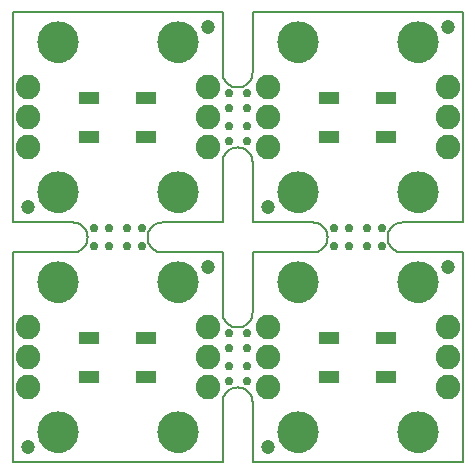
<source format=gbs>
G75*
G70*
%OFA0B0*%
%FSLAX24Y24*%
%IPPOS*%
%LPD*%
%AMOC8*
5,1,8,0,0,1.08239X$1,22.5*
%
%ADD10C,0.0080*%
%ADD11C,0.0000*%
%ADD12C,0.0277*%
%ADD13C,0.1380*%
%ADD14C,0.0474*%
%ADD15C,0.0820*%
%ADD16R,0.0671X0.0434*%
D10*
X008338Y000501D02*
X015338Y000501D01*
X015338Y002501D01*
X015838Y003001D02*
X015882Y002999D01*
X015925Y002993D01*
X015967Y002984D01*
X016009Y002971D01*
X016049Y002954D01*
X016088Y002934D01*
X016125Y002911D01*
X016159Y002884D01*
X016192Y002855D01*
X016221Y002822D01*
X016248Y002788D01*
X016271Y002751D01*
X016291Y002712D01*
X016308Y002672D01*
X016321Y002630D01*
X016330Y002588D01*
X016336Y002545D01*
X016338Y002501D01*
X016338Y000501D01*
X023338Y000501D01*
X023338Y007501D01*
X021338Y007501D01*
X021294Y007503D01*
X021251Y007509D01*
X021209Y007518D01*
X021167Y007531D01*
X021127Y007548D01*
X021088Y007568D01*
X021051Y007591D01*
X021017Y007618D01*
X020984Y007647D01*
X020955Y007680D01*
X020928Y007714D01*
X020905Y007751D01*
X020885Y007790D01*
X020868Y007830D01*
X020855Y007872D01*
X020846Y007914D01*
X020840Y007957D01*
X020838Y008001D01*
X020840Y008045D01*
X020846Y008088D01*
X020855Y008130D01*
X020868Y008172D01*
X020885Y008212D01*
X020905Y008251D01*
X020928Y008288D01*
X020955Y008322D01*
X020984Y008355D01*
X021017Y008384D01*
X021051Y008411D01*
X021088Y008434D01*
X021127Y008454D01*
X021167Y008471D01*
X021209Y008484D01*
X021251Y008493D01*
X021294Y008499D01*
X021338Y008501D01*
X023338Y008501D01*
X023338Y015501D01*
X016338Y015501D01*
X016338Y013501D01*
X016336Y013457D01*
X016330Y013414D01*
X016321Y013372D01*
X016308Y013330D01*
X016291Y013290D01*
X016271Y013251D01*
X016248Y013214D01*
X016221Y013180D01*
X016192Y013147D01*
X016159Y013118D01*
X016125Y013091D01*
X016088Y013068D01*
X016049Y013048D01*
X016009Y013031D01*
X015967Y013018D01*
X015925Y013009D01*
X015882Y013003D01*
X015838Y013001D01*
X015794Y013003D01*
X015751Y013009D01*
X015709Y013018D01*
X015667Y013031D01*
X015627Y013048D01*
X015588Y013068D01*
X015551Y013091D01*
X015517Y013118D01*
X015484Y013147D01*
X015455Y013180D01*
X015428Y013214D01*
X015405Y013251D01*
X015385Y013290D01*
X015368Y013330D01*
X015355Y013372D01*
X015346Y013414D01*
X015340Y013457D01*
X015338Y013501D01*
X015338Y015501D01*
X008338Y015501D01*
X008338Y008501D01*
X010338Y008501D01*
X010382Y008499D01*
X010425Y008493D01*
X010467Y008484D01*
X010509Y008471D01*
X010549Y008454D01*
X010588Y008434D01*
X010625Y008411D01*
X010659Y008384D01*
X010692Y008355D01*
X010721Y008322D01*
X010748Y008288D01*
X010771Y008251D01*
X010791Y008212D01*
X010808Y008172D01*
X010821Y008130D01*
X010830Y008088D01*
X010836Y008045D01*
X010838Y008001D01*
X010836Y007957D01*
X010830Y007914D01*
X010821Y007872D01*
X010808Y007830D01*
X010791Y007790D01*
X010771Y007751D01*
X010748Y007714D01*
X010721Y007680D01*
X010692Y007647D01*
X010659Y007618D01*
X010625Y007591D01*
X010588Y007568D01*
X010549Y007548D01*
X010509Y007531D01*
X010467Y007518D01*
X010425Y007509D01*
X010382Y007503D01*
X010338Y007501D01*
X008338Y007501D01*
X008338Y000501D01*
X015338Y002501D02*
X015340Y002545D01*
X015346Y002588D01*
X015355Y002630D01*
X015368Y002672D01*
X015385Y002712D01*
X015405Y002751D01*
X015428Y002788D01*
X015455Y002822D01*
X015484Y002855D01*
X015517Y002884D01*
X015551Y002911D01*
X015588Y002934D01*
X015627Y002954D01*
X015667Y002971D01*
X015709Y002984D01*
X015751Y002993D01*
X015794Y002999D01*
X015838Y003001D01*
X015838Y005001D02*
X015794Y005003D01*
X015751Y005009D01*
X015709Y005018D01*
X015667Y005031D01*
X015627Y005048D01*
X015588Y005068D01*
X015551Y005091D01*
X015517Y005118D01*
X015484Y005147D01*
X015455Y005180D01*
X015428Y005214D01*
X015405Y005251D01*
X015385Y005290D01*
X015368Y005330D01*
X015355Y005372D01*
X015346Y005414D01*
X015340Y005457D01*
X015338Y005501D01*
X015338Y007501D01*
X013338Y007501D01*
X012838Y008001D02*
X012840Y008045D01*
X012846Y008088D01*
X012855Y008130D01*
X012868Y008172D01*
X012885Y008212D01*
X012905Y008251D01*
X012928Y008288D01*
X012955Y008322D01*
X012984Y008355D01*
X013017Y008384D01*
X013051Y008411D01*
X013088Y008434D01*
X013127Y008454D01*
X013167Y008471D01*
X013209Y008484D01*
X013251Y008493D01*
X013294Y008499D01*
X013338Y008501D01*
X015338Y008501D01*
X015338Y010501D01*
X015838Y011001D02*
X015882Y010999D01*
X015925Y010993D01*
X015967Y010984D01*
X016009Y010971D01*
X016049Y010954D01*
X016088Y010934D01*
X016125Y010911D01*
X016159Y010884D01*
X016192Y010855D01*
X016221Y010822D01*
X016248Y010788D01*
X016271Y010751D01*
X016291Y010712D01*
X016308Y010672D01*
X016321Y010630D01*
X016330Y010588D01*
X016336Y010545D01*
X016338Y010501D01*
X016338Y008501D01*
X018338Y008501D01*
X018838Y008001D02*
X018836Y007957D01*
X018830Y007914D01*
X018821Y007872D01*
X018808Y007830D01*
X018791Y007790D01*
X018771Y007751D01*
X018748Y007714D01*
X018721Y007680D01*
X018692Y007647D01*
X018659Y007618D01*
X018625Y007591D01*
X018588Y007568D01*
X018549Y007548D01*
X018509Y007531D01*
X018467Y007518D01*
X018425Y007509D01*
X018382Y007503D01*
X018338Y007501D01*
X016338Y007501D01*
X016338Y005501D01*
X016336Y005457D01*
X016330Y005414D01*
X016321Y005372D01*
X016308Y005330D01*
X016291Y005290D01*
X016271Y005251D01*
X016248Y005214D01*
X016221Y005180D01*
X016192Y005147D01*
X016159Y005118D01*
X016125Y005091D01*
X016088Y005068D01*
X016049Y005048D01*
X016009Y005031D01*
X015967Y005018D01*
X015925Y005009D01*
X015882Y005003D01*
X015838Y005001D01*
X013338Y007501D02*
X013294Y007503D01*
X013251Y007509D01*
X013209Y007518D01*
X013167Y007531D01*
X013127Y007548D01*
X013088Y007568D01*
X013051Y007591D01*
X013017Y007618D01*
X012984Y007647D01*
X012955Y007680D01*
X012928Y007714D01*
X012905Y007751D01*
X012885Y007790D01*
X012868Y007830D01*
X012855Y007872D01*
X012846Y007914D01*
X012840Y007957D01*
X012838Y008001D01*
X018338Y008501D02*
X018382Y008499D01*
X018425Y008493D01*
X018467Y008484D01*
X018509Y008471D01*
X018549Y008454D01*
X018588Y008434D01*
X018625Y008411D01*
X018659Y008384D01*
X018692Y008355D01*
X018721Y008322D01*
X018748Y008288D01*
X018771Y008251D01*
X018791Y008212D01*
X018808Y008172D01*
X018821Y008130D01*
X018830Y008088D01*
X018836Y008045D01*
X018838Y008001D01*
X015838Y011001D02*
X015794Y010999D01*
X015751Y010993D01*
X015709Y010984D01*
X015667Y010971D01*
X015627Y010954D01*
X015588Y010934D01*
X015551Y010911D01*
X015517Y010884D01*
X015484Y010855D01*
X015455Y010822D01*
X015428Y010788D01*
X015405Y010751D01*
X015385Y010712D01*
X015368Y010672D01*
X015355Y010630D01*
X015346Y010588D01*
X015340Y010545D01*
X015338Y010501D01*
D11*
X015440Y011201D02*
X015442Y011220D01*
X015447Y011239D01*
X015457Y011255D01*
X015469Y011270D01*
X015484Y011282D01*
X015500Y011292D01*
X015519Y011297D01*
X015538Y011299D01*
X015557Y011297D01*
X015576Y011292D01*
X015592Y011282D01*
X015607Y011270D01*
X015619Y011255D01*
X015629Y011239D01*
X015634Y011220D01*
X015636Y011201D01*
X015634Y011182D01*
X015629Y011163D01*
X015619Y011147D01*
X015607Y011132D01*
X015592Y011120D01*
X015576Y011110D01*
X015557Y011105D01*
X015538Y011103D01*
X015519Y011105D01*
X015500Y011110D01*
X015484Y011120D01*
X015469Y011132D01*
X015457Y011147D01*
X015447Y011163D01*
X015442Y011182D01*
X015440Y011201D01*
X016040Y011201D02*
X016042Y011220D01*
X016047Y011239D01*
X016057Y011255D01*
X016069Y011270D01*
X016084Y011282D01*
X016100Y011292D01*
X016119Y011297D01*
X016138Y011299D01*
X016157Y011297D01*
X016176Y011292D01*
X016192Y011282D01*
X016207Y011270D01*
X016219Y011255D01*
X016229Y011239D01*
X016234Y011220D01*
X016236Y011201D01*
X016234Y011182D01*
X016229Y011163D01*
X016219Y011147D01*
X016207Y011132D01*
X016192Y011120D01*
X016176Y011110D01*
X016157Y011105D01*
X016138Y011103D01*
X016119Y011105D01*
X016100Y011110D01*
X016084Y011120D01*
X016069Y011132D01*
X016057Y011147D01*
X016047Y011163D01*
X016042Y011182D01*
X016040Y011201D01*
X016040Y011701D02*
X016042Y011720D01*
X016047Y011739D01*
X016057Y011755D01*
X016069Y011770D01*
X016084Y011782D01*
X016100Y011792D01*
X016119Y011797D01*
X016138Y011799D01*
X016157Y011797D01*
X016176Y011792D01*
X016192Y011782D01*
X016207Y011770D01*
X016219Y011755D01*
X016229Y011739D01*
X016234Y011720D01*
X016236Y011701D01*
X016234Y011682D01*
X016229Y011663D01*
X016219Y011647D01*
X016207Y011632D01*
X016192Y011620D01*
X016176Y011610D01*
X016157Y011605D01*
X016138Y011603D01*
X016119Y011605D01*
X016100Y011610D01*
X016084Y011620D01*
X016069Y011632D01*
X016057Y011647D01*
X016047Y011663D01*
X016042Y011682D01*
X016040Y011701D01*
X015440Y011701D02*
X015442Y011720D01*
X015447Y011739D01*
X015457Y011755D01*
X015469Y011770D01*
X015484Y011782D01*
X015500Y011792D01*
X015519Y011797D01*
X015538Y011799D01*
X015557Y011797D01*
X015576Y011792D01*
X015592Y011782D01*
X015607Y011770D01*
X015619Y011755D01*
X015629Y011739D01*
X015634Y011720D01*
X015636Y011701D01*
X015634Y011682D01*
X015629Y011663D01*
X015619Y011647D01*
X015607Y011632D01*
X015592Y011620D01*
X015576Y011610D01*
X015557Y011605D01*
X015538Y011603D01*
X015519Y011605D01*
X015500Y011610D01*
X015484Y011620D01*
X015469Y011632D01*
X015457Y011647D01*
X015447Y011663D01*
X015442Y011682D01*
X015440Y011701D01*
X015440Y012301D02*
X015442Y012320D01*
X015447Y012339D01*
X015457Y012355D01*
X015469Y012370D01*
X015484Y012382D01*
X015500Y012392D01*
X015519Y012397D01*
X015538Y012399D01*
X015557Y012397D01*
X015576Y012392D01*
X015592Y012382D01*
X015607Y012370D01*
X015619Y012355D01*
X015629Y012339D01*
X015634Y012320D01*
X015636Y012301D01*
X015634Y012282D01*
X015629Y012263D01*
X015619Y012247D01*
X015607Y012232D01*
X015592Y012220D01*
X015576Y012210D01*
X015557Y012205D01*
X015538Y012203D01*
X015519Y012205D01*
X015500Y012210D01*
X015484Y012220D01*
X015469Y012232D01*
X015457Y012247D01*
X015447Y012263D01*
X015442Y012282D01*
X015440Y012301D01*
X016040Y012301D02*
X016042Y012320D01*
X016047Y012339D01*
X016057Y012355D01*
X016069Y012370D01*
X016084Y012382D01*
X016100Y012392D01*
X016119Y012397D01*
X016138Y012399D01*
X016157Y012397D01*
X016176Y012392D01*
X016192Y012382D01*
X016207Y012370D01*
X016219Y012355D01*
X016229Y012339D01*
X016234Y012320D01*
X016236Y012301D01*
X016234Y012282D01*
X016229Y012263D01*
X016219Y012247D01*
X016207Y012232D01*
X016192Y012220D01*
X016176Y012210D01*
X016157Y012205D01*
X016138Y012203D01*
X016119Y012205D01*
X016100Y012210D01*
X016084Y012220D01*
X016069Y012232D01*
X016057Y012247D01*
X016047Y012263D01*
X016042Y012282D01*
X016040Y012301D01*
X016040Y012801D02*
X016042Y012820D01*
X016047Y012839D01*
X016057Y012855D01*
X016069Y012870D01*
X016084Y012882D01*
X016100Y012892D01*
X016119Y012897D01*
X016138Y012899D01*
X016157Y012897D01*
X016176Y012892D01*
X016192Y012882D01*
X016207Y012870D01*
X016219Y012855D01*
X016229Y012839D01*
X016234Y012820D01*
X016236Y012801D01*
X016234Y012782D01*
X016229Y012763D01*
X016219Y012747D01*
X016207Y012732D01*
X016192Y012720D01*
X016176Y012710D01*
X016157Y012705D01*
X016138Y012703D01*
X016119Y012705D01*
X016100Y012710D01*
X016084Y012720D01*
X016069Y012732D01*
X016057Y012747D01*
X016047Y012763D01*
X016042Y012782D01*
X016040Y012801D01*
X015440Y012801D02*
X015442Y012820D01*
X015447Y012839D01*
X015457Y012855D01*
X015469Y012870D01*
X015484Y012882D01*
X015500Y012892D01*
X015519Y012897D01*
X015538Y012899D01*
X015557Y012897D01*
X015576Y012892D01*
X015592Y012882D01*
X015607Y012870D01*
X015619Y012855D01*
X015629Y012839D01*
X015634Y012820D01*
X015636Y012801D01*
X015634Y012782D01*
X015629Y012763D01*
X015619Y012747D01*
X015607Y012732D01*
X015592Y012720D01*
X015576Y012710D01*
X015557Y012705D01*
X015538Y012703D01*
X015519Y012705D01*
X015500Y012710D01*
X015484Y012720D01*
X015469Y012732D01*
X015457Y012747D01*
X015447Y012763D01*
X015442Y012782D01*
X015440Y012801D01*
X013188Y014501D02*
X013190Y014551D01*
X013196Y014601D01*
X013206Y014651D01*
X013219Y014699D01*
X013236Y014747D01*
X013257Y014793D01*
X013281Y014837D01*
X013309Y014879D01*
X013340Y014919D01*
X013374Y014956D01*
X013411Y014991D01*
X013450Y015022D01*
X013491Y015051D01*
X013535Y015076D01*
X013581Y015098D01*
X013628Y015116D01*
X013676Y015130D01*
X013725Y015141D01*
X013775Y015148D01*
X013825Y015151D01*
X013876Y015150D01*
X013926Y015145D01*
X013976Y015136D01*
X014024Y015124D01*
X014072Y015107D01*
X014118Y015087D01*
X014163Y015064D01*
X014206Y015037D01*
X014246Y015007D01*
X014284Y014974D01*
X014319Y014938D01*
X014352Y014899D01*
X014381Y014858D01*
X014407Y014815D01*
X014430Y014770D01*
X014449Y014723D01*
X014464Y014675D01*
X014476Y014626D01*
X014484Y014576D01*
X014488Y014526D01*
X014488Y014476D01*
X014484Y014426D01*
X014476Y014376D01*
X014464Y014327D01*
X014449Y014279D01*
X014430Y014232D01*
X014407Y014187D01*
X014381Y014144D01*
X014352Y014103D01*
X014319Y014064D01*
X014284Y014028D01*
X014246Y013995D01*
X014206Y013965D01*
X014163Y013938D01*
X014118Y013915D01*
X014072Y013895D01*
X014024Y013878D01*
X013976Y013866D01*
X013926Y013857D01*
X013876Y013852D01*
X013825Y013851D01*
X013775Y013854D01*
X013725Y013861D01*
X013676Y013872D01*
X013628Y013886D01*
X013581Y013904D01*
X013535Y013926D01*
X013491Y013951D01*
X013450Y013980D01*
X013411Y014011D01*
X013374Y014046D01*
X013340Y014083D01*
X013309Y014123D01*
X013281Y014165D01*
X013257Y014209D01*
X013236Y014255D01*
X013219Y014303D01*
X013206Y014351D01*
X013196Y014401D01*
X013190Y014451D01*
X013188Y014501D01*
X009188Y014501D02*
X009190Y014551D01*
X009196Y014601D01*
X009206Y014651D01*
X009219Y014699D01*
X009236Y014747D01*
X009257Y014793D01*
X009281Y014837D01*
X009309Y014879D01*
X009340Y014919D01*
X009374Y014956D01*
X009411Y014991D01*
X009450Y015022D01*
X009491Y015051D01*
X009535Y015076D01*
X009581Y015098D01*
X009628Y015116D01*
X009676Y015130D01*
X009725Y015141D01*
X009775Y015148D01*
X009825Y015151D01*
X009876Y015150D01*
X009926Y015145D01*
X009976Y015136D01*
X010024Y015124D01*
X010072Y015107D01*
X010118Y015087D01*
X010163Y015064D01*
X010206Y015037D01*
X010246Y015007D01*
X010284Y014974D01*
X010319Y014938D01*
X010352Y014899D01*
X010381Y014858D01*
X010407Y014815D01*
X010430Y014770D01*
X010449Y014723D01*
X010464Y014675D01*
X010476Y014626D01*
X010484Y014576D01*
X010488Y014526D01*
X010488Y014476D01*
X010484Y014426D01*
X010476Y014376D01*
X010464Y014327D01*
X010449Y014279D01*
X010430Y014232D01*
X010407Y014187D01*
X010381Y014144D01*
X010352Y014103D01*
X010319Y014064D01*
X010284Y014028D01*
X010246Y013995D01*
X010206Y013965D01*
X010163Y013938D01*
X010118Y013915D01*
X010072Y013895D01*
X010024Y013878D01*
X009976Y013866D01*
X009926Y013857D01*
X009876Y013852D01*
X009825Y013851D01*
X009775Y013854D01*
X009725Y013861D01*
X009676Y013872D01*
X009628Y013886D01*
X009581Y013904D01*
X009535Y013926D01*
X009491Y013951D01*
X009450Y013980D01*
X009411Y014011D01*
X009374Y014046D01*
X009340Y014083D01*
X009309Y014123D01*
X009281Y014165D01*
X009257Y014209D01*
X009236Y014255D01*
X009219Y014303D01*
X009206Y014351D01*
X009196Y014401D01*
X009190Y014451D01*
X009188Y014501D01*
X017188Y014501D02*
X017190Y014551D01*
X017196Y014601D01*
X017206Y014651D01*
X017219Y014699D01*
X017236Y014747D01*
X017257Y014793D01*
X017281Y014837D01*
X017309Y014879D01*
X017340Y014919D01*
X017374Y014956D01*
X017411Y014991D01*
X017450Y015022D01*
X017491Y015051D01*
X017535Y015076D01*
X017581Y015098D01*
X017628Y015116D01*
X017676Y015130D01*
X017725Y015141D01*
X017775Y015148D01*
X017825Y015151D01*
X017876Y015150D01*
X017926Y015145D01*
X017976Y015136D01*
X018024Y015124D01*
X018072Y015107D01*
X018118Y015087D01*
X018163Y015064D01*
X018206Y015037D01*
X018246Y015007D01*
X018284Y014974D01*
X018319Y014938D01*
X018352Y014899D01*
X018381Y014858D01*
X018407Y014815D01*
X018430Y014770D01*
X018449Y014723D01*
X018464Y014675D01*
X018476Y014626D01*
X018484Y014576D01*
X018488Y014526D01*
X018488Y014476D01*
X018484Y014426D01*
X018476Y014376D01*
X018464Y014327D01*
X018449Y014279D01*
X018430Y014232D01*
X018407Y014187D01*
X018381Y014144D01*
X018352Y014103D01*
X018319Y014064D01*
X018284Y014028D01*
X018246Y013995D01*
X018206Y013965D01*
X018163Y013938D01*
X018118Y013915D01*
X018072Y013895D01*
X018024Y013878D01*
X017976Y013866D01*
X017926Y013857D01*
X017876Y013852D01*
X017825Y013851D01*
X017775Y013854D01*
X017725Y013861D01*
X017676Y013872D01*
X017628Y013886D01*
X017581Y013904D01*
X017535Y013926D01*
X017491Y013951D01*
X017450Y013980D01*
X017411Y014011D01*
X017374Y014046D01*
X017340Y014083D01*
X017309Y014123D01*
X017281Y014165D01*
X017257Y014209D01*
X017236Y014255D01*
X017219Y014303D01*
X017206Y014351D01*
X017196Y014401D01*
X017190Y014451D01*
X017188Y014501D01*
X021188Y014501D02*
X021190Y014551D01*
X021196Y014601D01*
X021206Y014651D01*
X021219Y014699D01*
X021236Y014747D01*
X021257Y014793D01*
X021281Y014837D01*
X021309Y014879D01*
X021340Y014919D01*
X021374Y014956D01*
X021411Y014991D01*
X021450Y015022D01*
X021491Y015051D01*
X021535Y015076D01*
X021581Y015098D01*
X021628Y015116D01*
X021676Y015130D01*
X021725Y015141D01*
X021775Y015148D01*
X021825Y015151D01*
X021876Y015150D01*
X021926Y015145D01*
X021976Y015136D01*
X022024Y015124D01*
X022072Y015107D01*
X022118Y015087D01*
X022163Y015064D01*
X022206Y015037D01*
X022246Y015007D01*
X022284Y014974D01*
X022319Y014938D01*
X022352Y014899D01*
X022381Y014858D01*
X022407Y014815D01*
X022430Y014770D01*
X022449Y014723D01*
X022464Y014675D01*
X022476Y014626D01*
X022484Y014576D01*
X022488Y014526D01*
X022488Y014476D01*
X022484Y014426D01*
X022476Y014376D01*
X022464Y014327D01*
X022449Y014279D01*
X022430Y014232D01*
X022407Y014187D01*
X022381Y014144D01*
X022352Y014103D01*
X022319Y014064D01*
X022284Y014028D01*
X022246Y013995D01*
X022206Y013965D01*
X022163Y013938D01*
X022118Y013915D01*
X022072Y013895D01*
X022024Y013878D01*
X021976Y013866D01*
X021926Y013857D01*
X021876Y013852D01*
X021825Y013851D01*
X021775Y013854D01*
X021725Y013861D01*
X021676Y013872D01*
X021628Y013886D01*
X021581Y013904D01*
X021535Y013926D01*
X021491Y013951D01*
X021450Y013980D01*
X021411Y014011D01*
X021374Y014046D01*
X021340Y014083D01*
X021309Y014123D01*
X021281Y014165D01*
X021257Y014209D01*
X021236Y014255D01*
X021219Y014303D01*
X021206Y014351D01*
X021196Y014401D01*
X021190Y014451D01*
X021188Y014501D01*
X021188Y009501D02*
X021190Y009551D01*
X021196Y009601D01*
X021206Y009651D01*
X021219Y009699D01*
X021236Y009747D01*
X021257Y009793D01*
X021281Y009837D01*
X021309Y009879D01*
X021340Y009919D01*
X021374Y009956D01*
X021411Y009991D01*
X021450Y010022D01*
X021491Y010051D01*
X021535Y010076D01*
X021581Y010098D01*
X021628Y010116D01*
X021676Y010130D01*
X021725Y010141D01*
X021775Y010148D01*
X021825Y010151D01*
X021876Y010150D01*
X021926Y010145D01*
X021976Y010136D01*
X022024Y010124D01*
X022072Y010107D01*
X022118Y010087D01*
X022163Y010064D01*
X022206Y010037D01*
X022246Y010007D01*
X022284Y009974D01*
X022319Y009938D01*
X022352Y009899D01*
X022381Y009858D01*
X022407Y009815D01*
X022430Y009770D01*
X022449Y009723D01*
X022464Y009675D01*
X022476Y009626D01*
X022484Y009576D01*
X022488Y009526D01*
X022488Y009476D01*
X022484Y009426D01*
X022476Y009376D01*
X022464Y009327D01*
X022449Y009279D01*
X022430Y009232D01*
X022407Y009187D01*
X022381Y009144D01*
X022352Y009103D01*
X022319Y009064D01*
X022284Y009028D01*
X022246Y008995D01*
X022206Y008965D01*
X022163Y008938D01*
X022118Y008915D01*
X022072Y008895D01*
X022024Y008878D01*
X021976Y008866D01*
X021926Y008857D01*
X021876Y008852D01*
X021825Y008851D01*
X021775Y008854D01*
X021725Y008861D01*
X021676Y008872D01*
X021628Y008886D01*
X021581Y008904D01*
X021535Y008926D01*
X021491Y008951D01*
X021450Y008980D01*
X021411Y009011D01*
X021374Y009046D01*
X021340Y009083D01*
X021309Y009123D01*
X021281Y009165D01*
X021257Y009209D01*
X021236Y009255D01*
X021219Y009303D01*
X021206Y009351D01*
X021196Y009401D01*
X021190Y009451D01*
X021188Y009501D01*
X017188Y009501D02*
X017190Y009551D01*
X017196Y009601D01*
X017206Y009651D01*
X017219Y009699D01*
X017236Y009747D01*
X017257Y009793D01*
X017281Y009837D01*
X017309Y009879D01*
X017340Y009919D01*
X017374Y009956D01*
X017411Y009991D01*
X017450Y010022D01*
X017491Y010051D01*
X017535Y010076D01*
X017581Y010098D01*
X017628Y010116D01*
X017676Y010130D01*
X017725Y010141D01*
X017775Y010148D01*
X017825Y010151D01*
X017876Y010150D01*
X017926Y010145D01*
X017976Y010136D01*
X018024Y010124D01*
X018072Y010107D01*
X018118Y010087D01*
X018163Y010064D01*
X018206Y010037D01*
X018246Y010007D01*
X018284Y009974D01*
X018319Y009938D01*
X018352Y009899D01*
X018381Y009858D01*
X018407Y009815D01*
X018430Y009770D01*
X018449Y009723D01*
X018464Y009675D01*
X018476Y009626D01*
X018484Y009576D01*
X018488Y009526D01*
X018488Y009476D01*
X018484Y009426D01*
X018476Y009376D01*
X018464Y009327D01*
X018449Y009279D01*
X018430Y009232D01*
X018407Y009187D01*
X018381Y009144D01*
X018352Y009103D01*
X018319Y009064D01*
X018284Y009028D01*
X018246Y008995D01*
X018206Y008965D01*
X018163Y008938D01*
X018118Y008915D01*
X018072Y008895D01*
X018024Y008878D01*
X017976Y008866D01*
X017926Y008857D01*
X017876Y008852D01*
X017825Y008851D01*
X017775Y008854D01*
X017725Y008861D01*
X017676Y008872D01*
X017628Y008886D01*
X017581Y008904D01*
X017535Y008926D01*
X017491Y008951D01*
X017450Y008980D01*
X017411Y009011D01*
X017374Y009046D01*
X017340Y009083D01*
X017309Y009123D01*
X017281Y009165D01*
X017257Y009209D01*
X017236Y009255D01*
X017219Y009303D01*
X017206Y009351D01*
X017196Y009401D01*
X017190Y009451D01*
X017188Y009501D01*
X013188Y009501D02*
X013190Y009551D01*
X013196Y009601D01*
X013206Y009651D01*
X013219Y009699D01*
X013236Y009747D01*
X013257Y009793D01*
X013281Y009837D01*
X013309Y009879D01*
X013340Y009919D01*
X013374Y009956D01*
X013411Y009991D01*
X013450Y010022D01*
X013491Y010051D01*
X013535Y010076D01*
X013581Y010098D01*
X013628Y010116D01*
X013676Y010130D01*
X013725Y010141D01*
X013775Y010148D01*
X013825Y010151D01*
X013876Y010150D01*
X013926Y010145D01*
X013976Y010136D01*
X014024Y010124D01*
X014072Y010107D01*
X014118Y010087D01*
X014163Y010064D01*
X014206Y010037D01*
X014246Y010007D01*
X014284Y009974D01*
X014319Y009938D01*
X014352Y009899D01*
X014381Y009858D01*
X014407Y009815D01*
X014430Y009770D01*
X014449Y009723D01*
X014464Y009675D01*
X014476Y009626D01*
X014484Y009576D01*
X014488Y009526D01*
X014488Y009476D01*
X014484Y009426D01*
X014476Y009376D01*
X014464Y009327D01*
X014449Y009279D01*
X014430Y009232D01*
X014407Y009187D01*
X014381Y009144D01*
X014352Y009103D01*
X014319Y009064D01*
X014284Y009028D01*
X014246Y008995D01*
X014206Y008965D01*
X014163Y008938D01*
X014118Y008915D01*
X014072Y008895D01*
X014024Y008878D01*
X013976Y008866D01*
X013926Y008857D01*
X013876Y008852D01*
X013825Y008851D01*
X013775Y008854D01*
X013725Y008861D01*
X013676Y008872D01*
X013628Y008886D01*
X013581Y008904D01*
X013535Y008926D01*
X013491Y008951D01*
X013450Y008980D01*
X013411Y009011D01*
X013374Y009046D01*
X013340Y009083D01*
X013309Y009123D01*
X013281Y009165D01*
X013257Y009209D01*
X013236Y009255D01*
X013219Y009303D01*
X013206Y009351D01*
X013196Y009401D01*
X013190Y009451D01*
X013188Y009501D01*
X009188Y009501D02*
X009190Y009551D01*
X009196Y009601D01*
X009206Y009651D01*
X009219Y009699D01*
X009236Y009747D01*
X009257Y009793D01*
X009281Y009837D01*
X009309Y009879D01*
X009340Y009919D01*
X009374Y009956D01*
X009411Y009991D01*
X009450Y010022D01*
X009491Y010051D01*
X009535Y010076D01*
X009581Y010098D01*
X009628Y010116D01*
X009676Y010130D01*
X009725Y010141D01*
X009775Y010148D01*
X009825Y010151D01*
X009876Y010150D01*
X009926Y010145D01*
X009976Y010136D01*
X010024Y010124D01*
X010072Y010107D01*
X010118Y010087D01*
X010163Y010064D01*
X010206Y010037D01*
X010246Y010007D01*
X010284Y009974D01*
X010319Y009938D01*
X010352Y009899D01*
X010381Y009858D01*
X010407Y009815D01*
X010430Y009770D01*
X010449Y009723D01*
X010464Y009675D01*
X010476Y009626D01*
X010484Y009576D01*
X010488Y009526D01*
X010488Y009476D01*
X010484Y009426D01*
X010476Y009376D01*
X010464Y009327D01*
X010449Y009279D01*
X010430Y009232D01*
X010407Y009187D01*
X010381Y009144D01*
X010352Y009103D01*
X010319Y009064D01*
X010284Y009028D01*
X010246Y008995D01*
X010206Y008965D01*
X010163Y008938D01*
X010118Y008915D01*
X010072Y008895D01*
X010024Y008878D01*
X009976Y008866D01*
X009926Y008857D01*
X009876Y008852D01*
X009825Y008851D01*
X009775Y008854D01*
X009725Y008861D01*
X009676Y008872D01*
X009628Y008886D01*
X009581Y008904D01*
X009535Y008926D01*
X009491Y008951D01*
X009450Y008980D01*
X009411Y009011D01*
X009374Y009046D01*
X009340Y009083D01*
X009309Y009123D01*
X009281Y009165D01*
X009257Y009209D01*
X009236Y009255D01*
X009219Y009303D01*
X009206Y009351D01*
X009196Y009401D01*
X009190Y009451D01*
X009188Y009501D01*
X010940Y008301D02*
X010942Y008320D01*
X010947Y008339D01*
X010957Y008355D01*
X010969Y008370D01*
X010984Y008382D01*
X011000Y008392D01*
X011019Y008397D01*
X011038Y008399D01*
X011057Y008397D01*
X011076Y008392D01*
X011092Y008382D01*
X011107Y008370D01*
X011119Y008355D01*
X011129Y008339D01*
X011134Y008320D01*
X011136Y008301D01*
X011134Y008282D01*
X011129Y008263D01*
X011119Y008247D01*
X011107Y008232D01*
X011092Y008220D01*
X011076Y008210D01*
X011057Y008205D01*
X011038Y008203D01*
X011019Y008205D01*
X011000Y008210D01*
X010984Y008220D01*
X010969Y008232D01*
X010957Y008247D01*
X010947Y008263D01*
X010942Y008282D01*
X010940Y008301D01*
X011440Y008301D02*
X011442Y008320D01*
X011447Y008339D01*
X011457Y008355D01*
X011469Y008370D01*
X011484Y008382D01*
X011500Y008392D01*
X011519Y008397D01*
X011538Y008399D01*
X011557Y008397D01*
X011576Y008392D01*
X011592Y008382D01*
X011607Y008370D01*
X011619Y008355D01*
X011629Y008339D01*
X011634Y008320D01*
X011636Y008301D01*
X011634Y008282D01*
X011629Y008263D01*
X011619Y008247D01*
X011607Y008232D01*
X011592Y008220D01*
X011576Y008210D01*
X011557Y008205D01*
X011538Y008203D01*
X011519Y008205D01*
X011500Y008210D01*
X011484Y008220D01*
X011469Y008232D01*
X011457Y008247D01*
X011447Y008263D01*
X011442Y008282D01*
X011440Y008301D01*
X012040Y008301D02*
X012042Y008320D01*
X012047Y008339D01*
X012057Y008355D01*
X012069Y008370D01*
X012084Y008382D01*
X012100Y008392D01*
X012119Y008397D01*
X012138Y008399D01*
X012157Y008397D01*
X012176Y008392D01*
X012192Y008382D01*
X012207Y008370D01*
X012219Y008355D01*
X012229Y008339D01*
X012234Y008320D01*
X012236Y008301D01*
X012234Y008282D01*
X012229Y008263D01*
X012219Y008247D01*
X012207Y008232D01*
X012192Y008220D01*
X012176Y008210D01*
X012157Y008205D01*
X012138Y008203D01*
X012119Y008205D01*
X012100Y008210D01*
X012084Y008220D01*
X012069Y008232D01*
X012057Y008247D01*
X012047Y008263D01*
X012042Y008282D01*
X012040Y008301D01*
X012540Y008301D02*
X012542Y008320D01*
X012547Y008339D01*
X012557Y008355D01*
X012569Y008370D01*
X012584Y008382D01*
X012600Y008392D01*
X012619Y008397D01*
X012638Y008399D01*
X012657Y008397D01*
X012676Y008392D01*
X012692Y008382D01*
X012707Y008370D01*
X012719Y008355D01*
X012729Y008339D01*
X012734Y008320D01*
X012736Y008301D01*
X012734Y008282D01*
X012729Y008263D01*
X012719Y008247D01*
X012707Y008232D01*
X012692Y008220D01*
X012676Y008210D01*
X012657Y008205D01*
X012638Y008203D01*
X012619Y008205D01*
X012600Y008210D01*
X012584Y008220D01*
X012569Y008232D01*
X012557Y008247D01*
X012547Y008263D01*
X012542Y008282D01*
X012540Y008301D01*
X012540Y007701D02*
X012542Y007720D01*
X012547Y007739D01*
X012557Y007755D01*
X012569Y007770D01*
X012584Y007782D01*
X012600Y007792D01*
X012619Y007797D01*
X012638Y007799D01*
X012657Y007797D01*
X012676Y007792D01*
X012692Y007782D01*
X012707Y007770D01*
X012719Y007755D01*
X012729Y007739D01*
X012734Y007720D01*
X012736Y007701D01*
X012734Y007682D01*
X012729Y007663D01*
X012719Y007647D01*
X012707Y007632D01*
X012692Y007620D01*
X012676Y007610D01*
X012657Y007605D01*
X012638Y007603D01*
X012619Y007605D01*
X012600Y007610D01*
X012584Y007620D01*
X012569Y007632D01*
X012557Y007647D01*
X012547Y007663D01*
X012542Y007682D01*
X012540Y007701D01*
X012040Y007701D02*
X012042Y007720D01*
X012047Y007739D01*
X012057Y007755D01*
X012069Y007770D01*
X012084Y007782D01*
X012100Y007792D01*
X012119Y007797D01*
X012138Y007799D01*
X012157Y007797D01*
X012176Y007792D01*
X012192Y007782D01*
X012207Y007770D01*
X012219Y007755D01*
X012229Y007739D01*
X012234Y007720D01*
X012236Y007701D01*
X012234Y007682D01*
X012229Y007663D01*
X012219Y007647D01*
X012207Y007632D01*
X012192Y007620D01*
X012176Y007610D01*
X012157Y007605D01*
X012138Y007603D01*
X012119Y007605D01*
X012100Y007610D01*
X012084Y007620D01*
X012069Y007632D01*
X012057Y007647D01*
X012047Y007663D01*
X012042Y007682D01*
X012040Y007701D01*
X011440Y007701D02*
X011442Y007720D01*
X011447Y007739D01*
X011457Y007755D01*
X011469Y007770D01*
X011484Y007782D01*
X011500Y007792D01*
X011519Y007797D01*
X011538Y007799D01*
X011557Y007797D01*
X011576Y007792D01*
X011592Y007782D01*
X011607Y007770D01*
X011619Y007755D01*
X011629Y007739D01*
X011634Y007720D01*
X011636Y007701D01*
X011634Y007682D01*
X011629Y007663D01*
X011619Y007647D01*
X011607Y007632D01*
X011592Y007620D01*
X011576Y007610D01*
X011557Y007605D01*
X011538Y007603D01*
X011519Y007605D01*
X011500Y007610D01*
X011484Y007620D01*
X011469Y007632D01*
X011457Y007647D01*
X011447Y007663D01*
X011442Y007682D01*
X011440Y007701D01*
X010940Y007701D02*
X010942Y007720D01*
X010947Y007739D01*
X010957Y007755D01*
X010969Y007770D01*
X010984Y007782D01*
X011000Y007792D01*
X011019Y007797D01*
X011038Y007799D01*
X011057Y007797D01*
X011076Y007792D01*
X011092Y007782D01*
X011107Y007770D01*
X011119Y007755D01*
X011129Y007739D01*
X011134Y007720D01*
X011136Y007701D01*
X011134Y007682D01*
X011129Y007663D01*
X011119Y007647D01*
X011107Y007632D01*
X011092Y007620D01*
X011076Y007610D01*
X011057Y007605D01*
X011038Y007603D01*
X011019Y007605D01*
X011000Y007610D01*
X010984Y007620D01*
X010969Y007632D01*
X010957Y007647D01*
X010947Y007663D01*
X010942Y007682D01*
X010940Y007701D01*
X009188Y006501D02*
X009190Y006551D01*
X009196Y006601D01*
X009206Y006651D01*
X009219Y006699D01*
X009236Y006747D01*
X009257Y006793D01*
X009281Y006837D01*
X009309Y006879D01*
X009340Y006919D01*
X009374Y006956D01*
X009411Y006991D01*
X009450Y007022D01*
X009491Y007051D01*
X009535Y007076D01*
X009581Y007098D01*
X009628Y007116D01*
X009676Y007130D01*
X009725Y007141D01*
X009775Y007148D01*
X009825Y007151D01*
X009876Y007150D01*
X009926Y007145D01*
X009976Y007136D01*
X010024Y007124D01*
X010072Y007107D01*
X010118Y007087D01*
X010163Y007064D01*
X010206Y007037D01*
X010246Y007007D01*
X010284Y006974D01*
X010319Y006938D01*
X010352Y006899D01*
X010381Y006858D01*
X010407Y006815D01*
X010430Y006770D01*
X010449Y006723D01*
X010464Y006675D01*
X010476Y006626D01*
X010484Y006576D01*
X010488Y006526D01*
X010488Y006476D01*
X010484Y006426D01*
X010476Y006376D01*
X010464Y006327D01*
X010449Y006279D01*
X010430Y006232D01*
X010407Y006187D01*
X010381Y006144D01*
X010352Y006103D01*
X010319Y006064D01*
X010284Y006028D01*
X010246Y005995D01*
X010206Y005965D01*
X010163Y005938D01*
X010118Y005915D01*
X010072Y005895D01*
X010024Y005878D01*
X009976Y005866D01*
X009926Y005857D01*
X009876Y005852D01*
X009825Y005851D01*
X009775Y005854D01*
X009725Y005861D01*
X009676Y005872D01*
X009628Y005886D01*
X009581Y005904D01*
X009535Y005926D01*
X009491Y005951D01*
X009450Y005980D01*
X009411Y006011D01*
X009374Y006046D01*
X009340Y006083D01*
X009309Y006123D01*
X009281Y006165D01*
X009257Y006209D01*
X009236Y006255D01*
X009219Y006303D01*
X009206Y006351D01*
X009196Y006401D01*
X009190Y006451D01*
X009188Y006501D01*
X013188Y006501D02*
X013190Y006551D01*
X013196Y006601D01*
X013206Y006651D01*
X013219Y006699D01*
X013236Y006747D01*
X013257Y006793D01*
X013281Y006837D01*
X013309Y006879D01*
X013340Y006919D01*
X013374Y006956D01*
X013411Y006991D01*
X013450Y007022D01*
X013491Y007051D01*
X013535Y007076D01*
X013581Y007098D01*
X013628Y007116D01*
X013676Y007130D01*
X013725Y007141D01*
X013775Y007148D01*
X013825Y007151D01*
X013876Y007150D01*
X013926Y007145D01*
X013976Y007136D01*
X014024Y007124D01*
X014072Y007107D01*
X014118Y007087D01*
X014163Y007064D01*
X014206Y007037D01*
X014246Y007007D01*
X014284Y006974D01*
X014319Y006938D01*
X014352Y006899D01*
X014381Y006858D01*
X014407Y006815D01*
X014430Y006770D01*
X014449Y006723D01*
X014464Y006675D01*
X014476Y006626D01*
X014484Y006576D01*
X014488Y006526D01*
X014488Y006476D01*
X014484Y006426D01*
X014476Y006376D01*
X014464Y006327D01*
X014449Y006279D01*
X014430Y006232D01*
X014407Y006187D01*
X014381Y006144D01*
X014352Y006103D01*
X014319Y006064D01*
X014284Y006028D01*
X014246Y005995D01*
X014206Y005965D01*
X014163Y005938D01*
X014118Y005915D01*
X014072Y005895D01*
X014024Y005878D01*
X013976Y005866D01*
X013926Y005857D01*
X013876Y005852D01*
X013825Y005851D01*
X013775Y005854D01*
X013725Y005861D01*
X013676Y005872D01*
X013628Y005886D01*
X013581Y005904D01*
X013535Y005926D01*
X013491Y005951D01*
X013450Y005980D01*
X013411Y006011D01*
X013374Y006046D01*
X013340Y006083D01*
X013309Y006123D01*
X013281Y006165D01*
X013257Y006209D01*
X013236Y006255D01*
X013219Y006303D01*
X013206Y006351D01*
X013196Y006401D01*
X013190Y006451D01*
X013188Y006501D01*
X017188Y006501D02*
X017190Y006551D01*
X017196Y006601D01*
X017206Y006651D01*
X017219Y006699D01*
X017236Y006747D01*
X017257Y006793D01*
X017281Y006837D01*
X017309Y006879D01*
X017340Y006919D01*
X017374Y006956D01*
X017411Y006991D01*
X017450Y007022D01*
X017491Y007051D01*
X017535Y007076D01*
X017581Y007098D01*
X017628Y007116D01*
X017676Y007130D01*
X017725Y007141D01*
X017775Y007148D01*
X017825Y007151D01*
X017876Y007150D01*
X017926Y007145D01*
X017976Y007136D01*
X018024Y007124D01*
X018072Y007107D01*
X018118Y007087D01*
X018163Y007064D01*
X018206Y007037D01*
X018246Y007007D01*
X018284Y006974D01*
X018319Y006938D01*
X018352Y006899D01*
X018381Y006858D01*
X018407Y006815D01*
X018430Y006770D01*
X018449Y006723D01*
X018464Y006675D01*
X018476Y006626D01*
X018484Y006576D01*
X018488Y006526D01*
X018488Y006476D01*
X018484Y006426D01*
X018476Y006376D01*
X018464Y006327D01*
X018449Y006279D01*
X018430Y006232D01*
X018407Y006187D01*
X018381Y006144D01*
X018352Y006103D01*
X018319Y006064D01*
X018284Y006028D01*
X018246Y005995D01*
X018206Y005965D01*
X018163Y005938D01*
X018118Y005915D01*
X018072Y005895D01*
X018024Y005878D01*
X017976Y005866D01*
X017926Y005857D01*
X017876Y005852D01*
X017825Y005851D01*
X017775Y005854D01*
X017725Y005861D01*
X017676Y005872D01*
X017628Y005886D01*
X017581Y005904D01*
X017535Y005926D01*
X017491Y005951D01*
X017450Y005980D01*
X017411Y006011D01*
X017374Y006046D01*
X017340Y006083D01*
X017309Y006123D01*
X017281Y006165D01*
X017257Y006209D01*
X017236Y006255D01*
X017219Y006303D01*
X017206Y006351D01*
X017196Y006401D01*
X017190Y006451D01*
X017188Y006501D01*
X018940Y007701D02*
X018942Y007720D01*
X018947Y007739D01*
X018957Y007755D01*
X018969Y007770D01*
X018984Y007782D01*
X019000Y007792D01*
X019019Y007797D01*
X019038Y007799D01*
X019057Y007797D01*
X019076Y007792D01*
X019092Y007782D01*
X019107Y007770D01*
X019119Y007755D01*
X019129Y007739D01*
X019134Y007720D01*
X019136Y007701D01*
X019134Y007682D01*
X019129Y007663D01*
X019119Y007647D01*
X019107Y007632D01*
X019092Y007620D01*
X019076Y007610D01*
X019057Y007605D01*
X019038Y007603D01*
X019019Y007605D01*
X019000Y007610D01*
X018984Y007620D01*
X018969Y007632D01*
X018957Y007647D01*
X018947Y007663D01*
X018942Y007682D01*
X018940Y007701D01*
X019440Y007701D02*
X019442Y007720D01*
X019447Y007739D01*
X019457Y007755D01*
X019469Y007770D01*
X019484Y007782D01*
X019500Y007792D01*
X019519Y007797D01*
X019538Y007799D01*
X019557Y007797D01*
X019576Y007792D01*
X019592Y007782D01*
X019607Y007770D01*
X019619Y007755D01*
X019629Y007739D01*
X019634Y007720D01*
X019636Y007701D01*
X019634Y007682D01*
X019629Y007663D01*
X019619Y007647D01*
X019607Y007632D01*
X019592Y007620D01*
X019576Y007610D01*
X019557Y007605D01*
X019538Y007603D01*
X019519Y007605D01*
X019500Y007610D01*
X019484Y007620D01*
X019469Y007632D01*
X019457Y007647D01*
X019447Y007663D01*
X019442Y007682D01*
X019440Y007701D01*
X020040Y007701D02*
X020042Y007720D01*
X020047Y007739D01*
X020057Y007755D01*
X020069Y007770D01*
X020084Y007782D01*
X020100Y007792D01*
X020119Y007797D01*
X020138Y007799D01*
X020157Y007797D01*
X020176Y007792D01*
X020192Y007782D01*
X020207Y007770D01*
X020219Y007755D01*
X020229Y007739D01*
X020234Y007720D01*
X020236Y007701D01*
X020234Y007682D01*
X020229Y007663D01*
X020219Y007647D01*
X020207Y007632D01*
X020192Y007620D01*
X020176Y007610D01*
X020157Y007605D01*
X020138Y007603D01*
X020119Y007605D01*
X020100Y007610D01*
X020084Y007620D01*
X020069Y007632D01*
X020057Y007647D01*
X020047Y007663D01*
X020042Y007682D01*
X020040Y007701D01*
X020540Y007701D02*
X020542Y007720D01*
X020547Y007739D01*
X020557Y007755D01*
X020569Y007770D01*
X020584Y007782D01*
X020600Y007792D01*
X020619Y007797D01*
X020638Y007799D01*
X020657Y007797D01*
X020676Y007792D01*
X020692Y007782D01*
X020707Y007770D01*
X020719Y007755D01*
X020729Y007739D01*
X020734Y007720D01*
X020736Y007701D01*
X020734Y007682D01*
X020729Y007663D01*
X020719Y007647D01*
X020707Y007632D01*
X020692Y007620D01*
X020676Y007610D01*
X020657Y007605D01*
X020638Y007603D01*
X020619Y007605D01*
X020600Y007610D01*
X020584Y007620D01*
X020569Y007632D01*
X020557Y007647D01*
X020547Y007663D01*
X020542Y007682D01*
X020540Y007701D01*
X020540Y008301D02*
X020542Y008320D01*
X020547Y008339D01*
X020557Y008355D01*
X020569Y008370D01*
X020584Y008382D01*
X020600Y008392D01*
X020619Y008397D01*
X020638Y008399D01*
X020657Y008397D01*
X020676Y008392D01*
X020692Y008382D01*
X020707Y008370D01*
X020719Y008355D01*
X020729Y008339D01*
X020734Y008320D01*
X020736Y008301D01*
X020734Y008282D01*
X020729Y008263D01*
X020719Y008247D01*
X020707Y008232D01*
X020692Y008220D01*
X020676Y008210D01*
X020657Y008205D01*
X020638Y008203D01*
X020619Y008205D01*
X020600Y008210D01*
X020584Y008220D01*
X020569Y008232D01*
X020557Y008247D01*
X020547Y008263D01*
X020542Y008282D01*
X020540Y008301D01*
X020040Y008301D02*
X020042Y008320D01*
X020047Y008339D01*
X020057Y008355D01*
X020069Y008370D01*
X020084Y008382D01*
X020100Y008392D01*
X020119Y008397D01*
X020138Y008399D01*
X020157Y008397D01*
X020176Y008392D01*
X020192Y008382D01*
X020207Y008370D01*
X020219Y008355D01*
X020229Y008339D01*
X020234Y008320D01*
X020236Y008301D01*
X020234Y008282D01*
X020229Y008263D01*
X020219Y008247D01*
X020207Y008232D01*
X020192Y008220D01*
X020176Y008210D01*
X020157Y008205D01*
X020138Y008203D01*
X020119Y008205D01*
X020100Y008210D01*
X020084Y008220D01*
X020069Y008232D01*
X020057Y008247D01*
X020047Y008263D01*
X020042Y008282D01*
X020040Y008301D01*
X019440Y008301D02*
X019442Y008320D01*
X019447Y008339D01*
X019457Y008355D01*
X019469Y008370D01*
X019484Y008382D01*
X019500Y008392D01*
X019519Y008397D01*
X019538Y008399D01*
X019557Y008397D01*
X019576Y008392D01*
X019592Y008382D01*
X019607Y008370D01*
X019619Y008355D01*
X019629Y008339D01*
X019634Y008320D01*
X019636Y008301D01*
X019634Y008282D01*
X019629Y008263D01*
X019619Y008247D01*
X019607Y008232D01*
X019592Y008220D01*
X019576Y008210D01*
X019557Y008205D01*
X019538Y008203D01*
X019519Y008205D01*
X019500Y008210D01*
X019484Y008220D01*
X019469Y008232D01*
X019457Y008247D01*
X019447Y008263D01*
X019442Y008282D01*
X019440Y008301D01*
X018940Y008301D02*
X018942Y008320D01*
X018947Y008339D01*
X018957Y008355D01*
X018969Y008370D01*
X018984Y008382D01*
X019000Y008392D01*
X019019Y008397D01*
X019038Y008399D01*
X019057Y008397D01*
X019076Y008392D01*
X019092Y008382D01*
X019107Y008370D01*
X019119Y008355D01*
X019129Y008339D01*
X019134Y008320D01*
X019136Y008301D01*
X019134Y008282D01*
X019129Y008263D01*
X019119Y008247D01*
X019107Y008232D01*
X019092Y008220D01*
X019076Y008210D01*
X019057Y008205D01*
X019038Y008203D01*
X019019Y008205D01*
X019000Y008210D01*
X018984Y008220D01*
X018969Y008232D01*
X018957Y008247D01*
X018947Y008263D01*
X018942Y008282D01*
X018940Y008301D01*
X021188Y006501D02*
X021190Y006551D01*
X021196Y006601D01*
X021206Y006651D01*
X021219Y006699D01*
X021236Y006747D01*
X021257Y006793D01*
X021281Y006837D01*
X021309Y006879D01*
X021340Y006919D01*
X021374Y006956D01*
X021411Y006991D01*
X021450Y007022D01*
X021491Y007051D01*
X021535Y007076D01*
X021581Y007098D01*
X021628Y007116D01*
X021676Y007130D01*
X021725Y007141D01*
X021775Y007148D01*
X021825Y007151D01*
X021876Y007150D01*
X021926Y007145D01*
X021976Y007136D01*
X022024Y007124D01*
X022072Y007107D01*
X022118Y007087D01*
X022163Y007064D01*
X022206Y007037D01*
X022246Y007007D01*
X022284Y006974D01*
X022319Y006938D01*
X022352Y006899D01*
X022381Y006858D01*
X022407Y006815D01*
X022430Y006770D01*
X022449Y006723D01*
X022464Y006675D01*
X022476Y006626D01*
X022484Y006576D01*
X022488Y006526D01*
X022488Y006476D01*
X022484Y006426D01*
X022476Y006376D01*
X022464Y006327D01*
X022449Y006279D01*
X022430Y006232D01*
X022407Y006187D01*
X022381Y006144D01*
X022352Y006103D01*
X022319Y006064D01*
X022284Y006028D01*
X022246Y005995D01*
X022206Y005965D01*
X022163Y005938D01*
X022118Y005915D01*
X022072Y005895D01*
X022024Y005878D01*
X021976Y005866D01*
X021926Y005857D01*
X021876Y005852D01*
X021825Y005851D01*
X021775Y005854D01*
X021725Y005861D01*
X021676Y005872D01*
X021628Y005886D01*
X021581Y005904D01*
X021535Y005926D01*
X021491Y005951D01*
X021450Y005980D01*
X021411Y006011D01*
X021374Y006046D01*
X021340Y006083D01*
X021309Y006123D01*
X021281Y006165D01*
X021257Y006209D01*
X021236Y006255D01*
X021219Y006303D01*
X021206Y006351D01*
X021196Y006401D01*
X021190Y006451D01*
X021188Y006501D01*
X016040Y004801D02*
X016042Y004820D01*
X016047Y004839D01*
X016057Y004855D01*
X016069Y004870D01*
X016084Y004882D01*
X016100Y004892D01*
X016119Y004897D01*
X016138Y004899D01*
X016157Y004897D01*
X016176Y004892D01*
X016192Y004882D01*
X016207Y004870D01*
X016219Y004855D01*
X016229Y004839D01*
X016234Y004820D01*
X016236Y004801D01*
X016234Y004782D01*
X016229Y004763D01*
X016219Y004747D01*
X016207Y004732D01*
X016192Y004720D01*
X016176Y004710D01*
X016157Y004705D01*
X016138Y004703D01*
X016119Y004705D01*
X016100Y004710D01*
X016084Y004720D01*
X016069Y004732D01*
X016057Y004747D01*
X016047Y004763D01*
X016042Y004782D01*
X016040Y004801D01*
X015440Y004801D02*
X015442Y004820D01*
X015447Y004839D01*
X015457Y004855D01*
X015469Y004870D01*
X015484Y004882D01*
X015500Y004892D01*
X015519Y004897D01*
X015538Y004899D01*
X015557Y004897D01*
X015576Y004892D01*
X015592Y004882D01*
X015607Y004870D01*
X015619Y004855D01*
X015629Y004839D01*
X015634Y004820D01*
X015636Y004801D01*
X015634Y004782D01*
X015629Y004763D01*
X015619Y004747D01*
X015607Y004732D01*
X015592Y004720D01*
X015576Y004710D01*
X015557Y004705D01*
X015538Y004703D01*
X015519Y004705D01*
X015500Y004710D01*
X015484Y004720D01*
X015469Y004732D01*
X015457Y004747D01*
X015447Y004763D01*
X015442Y004782D01*
X015440Y004801D01*
X015440Y004301D02*
X015442Y004320D01*
X015447Y004339D01*
X015457Y004355D01*
X015469Y004370D01*
X015484Y004382D01*
X015500Y004392D01*
X015519Y004397D01*
X015538Y004399D01*
X015557Y004397D01*
X015576Y004392D01*
X015592Y004382D01*
X015607Y004370D01*
X015619Y004355D01*
X015629Y004339D01*
X015634Y004320D01*
X015636Y004301D01*
X015634Y004282D01*
X015629Y004263D01*
X015619Y004247D01*
X015607Y004232D01*
X015592Y004220D01*
X015576Y004210D01*
X015557Y004205D01*
X015538Y004203D01*
X015519Y004205D01*
X015500Y004210D01*
X015484Y004220D01*
X015469Y004232D01*
X015457Y004247D01*
X015447Y004263D01*
X015442Y004282D01*
X015440Y004301D01*
X016040Y004301D02*
X016042Y004320D01*
X016047Y004339D01*
X016057Y004355D01*
X016069Y004370D01*
X016084Y004382D01*
X016100Y004392D01*
X016119Y004397D01*
X016138Y004399D01*
X016157Y004397D01*
X016176Y004392D01*
X016192Y004382D01*
X016207Y004370D01*
X016219Y004355D01*
X016229Y004339D01*
X016234Y004320D01*
X016236Y004301D01*
X016234Y004282D01*
X016229Y004263D01*
X016219Y004247D01*
X016207Y004232D01*
X016192Y004220D01*
X016176Y004210D01*
X016157Y004205D01*
X016138Y004203D01*
X016119Y004205D01*
X016100Y004210D01*
X016084Y004220D01*
X016069Y004232D01*
X016057Y004247D01*
X016047Y004263D01*
X016042Y004282D01*
X016040Y004301D01*
X016040Y003701D02*
X016042Y003720D01*
X016047Y003739D01*
X016057Y003755D01*
X016069Y003770D01*
X016084Y003782D01*
X016100Y003792D01*
X016119Y003797D01*
X016138Y003799D01*
X016157Y003797D01*
X016176Y003792D01*
X016192Y003782D01*
X016207Y003770D01*
X016219Y003755D01*
X016229Y003739D01*
X016234Y003720D01*
X016236Y003701D01*
X016234Y003682D01*
X016229Y003663D01*
X016219Y003647D01*
X016207Y003632D01*
X016192Y003620D01*
X016176Y003610D01*
X016157Y003605D01*
X016138Y003603D01*
X016119Y003605D01*
X016100Y003610D01*
X016084Y003620D01*
X016069Y003632D01*
X016057Y003647D01*
X016047Y003663D01*
X016042Y003682D01*
X016040Y003701D01*
X015440Y003701D02*
X015442Y003720D01*
X015447Y003739D01*
X015457Y003755D01*
X015469Y003770D01*
X015484Y003782D01*
X015500Y003792D01*
X015519Y003797D01*
X015538Y003799D01*
X015557Y003797D01*
X015576Y003792D01*
X015592Y003782D01*
X015607Y003770D01*
X015619Y003755D01*
X015629Y003739D01*
X015634Y003720D01*
X015636Y003701D01*
X015634Y003682D01*
X015629Y003663D01*
X015619Y003647D01*
X015607Y003632D01*
X015592Y003620D01*
X015576Y003610D01*
X015557Y003605D01*
X015538Y003603D01*
X015519Y003605D01*
X015500Y003610D01*
X015484Y003620D01*
X015469Y003632D01*
X015457Y003647D01*
X015447Y003663D01*
X015442Y003682D01*
X015440Y003701D01*
X015440Y003201D02*
X015442Y003220D01*
X015447Y003239D01*
X015457Y003255D01*
X015469Y003270D01*
X015484Y003282D01*
X015500Y003292D01*
X015519Y003297D01*
X015538Y003299D01*
X015557Y003297D01*
X015576Y003292D01*
X015592Y003282D01*
X015607Y003270D01*
X015619Y003255D01*
X015629Y003239D01*
X015634Y003220D01*
X015636Y003201D01*
X015634Y003182D01*
X015629Y003163D01*
X015619Y003147D01*
X015607Y003132D01*
X015592Y003120D01*
X015576Y003110D01*
X015557Y003105D01*
X015538Y003103D01*
X015519Y003105D01*
X015500Y003110D01*
X015484Y003120D01*
X015469Y003132D01*
X015457Y003147D01*
X015447Y003163D01*
X015442Y003182D01*
X015440Y003201D01*
X016040Y003201D02*
X016042Y003220D01*
X016047Y003239D01*
X016057Y003255D01*
X016069Y003270D01*
X016084Y003282D01*
X016100Y003292D01*
X016119Y003297D01*
X016138Y003299D01*
X016157Y003297D01*
X016176Y003292D01*
X016192Y003282D01*
X016207Y003270D01*
X016219Y003255D01*
X016229Y003239D01*
X016234Y003220D01*
X016236Y003201D01*
X016234Y003182D01*
X016229Y003163D01*
X016219Y003147D01*
X016207Y003132D01*
X016192Y003120D01*
X016176Y003110D01*
X016157Y003105D01*
X016138Y003103D01*
X016119Y003105D01*
X016100Y003110D01*
X016084Y003120D01*
X016069Y003132D01*
X016057Y003147D01*
X016047Y003163D01*
X016042Y003182D01*
X016040Y003201D01*
X017188Y001501D02*
X017190Y001551D01*
X017196Y001601D01*
X017206Y001651D01*
X017219Y001699D01*
X017236Y001747D01*
X017257Y001793D01*
X017281Y001837D01*
X017309Y001879D01*
X017340Y001919D01*
X017374Y001956D01*
X017411Y001991D01*
X017450Y002022D01*
X017491Y002051D01*
X017535Y002076D01*
X017581Y002098D01*
X017628Y002116D01*
X017676Y002130D01*
X017725Y002141D01*
X017775Y002148D01*
X017825Y002151D01*
X017876Y002150D01*
X017926Y002145D01*
X017976Y002136D01*
X018024Y002124D01*
X018072Y002107D01*
X018118Y002087D01*
X018163Y002064D01*
X018206Y002037D01*
X018246Y002007D01*
X018284Y001974D01*
X018319Y001938D01*
X018352Y001899D01*
X018381Y001858D01*
X018407Y001815D01*
X018430Y001770D01*
X018449Y001723D01*
X018464Y001675D01*
X018476Y001626D01*
X018484Y001576D01*
X018488Y001526D01*
X018488Y001476D01*
X018484Y001426D01*
X018476Y001376D01*
X018464Y001327D01*
X018449Y001279D01*
X018430Y001232D01*
X018407Y001187D01*
X018381Y001144D01*
X018352Y001103D01*
X018319Y001064D01*
X018284Y001028D01*
X018246Y000995D01*
X018206Y000965D01*
X018163Y000938D01*
X018118Y000915D01*
X018072Y000895D01*
X018024Y000878D01*
X017976Y000866D01*
X017926Y000857D01*
X017876Y000852D01*
X017825Y000851D01*
X017775Y000854D01*
X017725Y000861D01*
X017676Y000872D01*
X017628Y000886D01*
X017581Y000904D01*
X017535Y000926D01*
X017491Y000951D01*
X017450Y000980D01*
X017411Y001011D01*
X017374Y001046D01*
X017340Y001083D01*
X017309Y001123D01*
X017281Y001165D01*
X017257Y001209D01*
X017236Y001255D01*
X017219Y001303D01*
X017206Y001351D01*
X017196Y001401D01*
X017190Y001451D01*
X017188Y001501D01*
X013188Y001501D02*
X013190Y001551D01*
X013196Y001601D01*
X013206Y001651D01*
X013219Y001699D01*
X013236Y001747D01*
X013257Y001793D01*
X013281Y001837D01*
X013309Y001879D01*
X013340Y001919D01*
X013374Y001956D01*
X013411Y001991D01*
X013450Y002022D01*
X013491Y002051D01*
X013535Y002076D01*
X013581Y002098D01*
X013628Y002116D01*
X013676Y002130D01*
X013725Y002141D01*
X013775Y002148D01*
X013825Y002151D01*
X013876Y002150D01*
X013926Y002145D01*
X013976Y002136D01*
X014024Y002124D01*
X014072Y002107D01*
X014118Y002087D01*
X014163Y002064D01*
X014206Y002037D01*
X014246Y002007D01*
X014284Y001974D01*
X014319Y001938D01*
X014352Y001899D01*
X014381Y001858D01*
X014407Y001815D01*
X014430Y001770D01*
X014449Y001723D01*
X014464Y001675D01*
X014476Y001626D01*
X014484Y001576D01*
X014488Y001526D01*
X014488Y001476D01*
X014484Y001426D01*
X014476Y001376D01*
X014464Y001327D01*
X014449Y001279D01*
X014430Y001232D01*
X014407Y001187D01*
X014381Y001144D01*
X014352Y001103D01*
X014319Y001064D01*
X014284Y001028D01*
X014246Y000995D01*
X014206Y000965D01*
X014163Y000938D01*
X014118Y000915D01*
X014072Y000895D01*
X014024Y000878D01*
X013976Y000866D01*
X013926Y000857D01*
X013876Y000852D01*
X013825Y000851D01*
X013775Y000854D01*
X013725Y000861D01*
X013676Y000872D01*
X013628Y000886D01*
X013581Y000904D01*
X013535Y000926D01*
X013491Y000951D01*
X013450Y000980D01*
X013411Y001011D01*
X013374Y001046D01*
X013340Y001083D01*
X013309Y001123D01*
X013281Y001165D01*
X013257Y001209D01*
X013236Y001255D01*
X013219Y001303D01*
X013206Y001351D01*
X013196Y001401D01*
X013190Y001451D01*
X013188Y001501D01*
X009188Y001501D02*
X009190Y001551D01*
X009196Y001601D01*
X009206Y001651D01*
X009219Y001699D01*
X009236Y001747D01*
X009257Y001793D01*
X009281Y001837D01*
X009309Y001879D01*
X009340Y001919D01*
X009374Y001956D01*
X009411Y001991D01*
X009450Y002022D01*
X009491Y002051D01*
X009535Y002076D01*
X009581Y002098D01*
X009628Y002116D01*
X009676Y002130D01*
X009725Y002141D01*
X009775Y002148D01*
X009825Y002151D01*
X009876Y002150D01*
X009926Y002145D01*
X009976Y002136D01*
X010024Y002124D01*
X010072Y002107D01*
X010118Y002087D01*
X010163Y002064D01*
X010206Y002037D01*
X010246Y002007D01*
X010284Y001974D01*
X010319Y001938D01*
X010352Y001899D01*
X010381Y001858D01*
X010407Y001815D01*
X010430Y001770D01*
X010449Y001723D01*
X010464Y001675D01*
X010476Y001626D01*
X010484Y001576D01*
X010488Y001526D01*
X010488Y001476D01*
X010484Y001426D01*
X010476Y001376D01*
X010464Y001327D01*
X010449Y001279D01*
X010430Y001232D01*
X010407Y001187D01*
X010381Y001144D01*
X010352Y001103D01*
X010319Y001064D01*
X010284Y001028D01*
X010246Y000995D01*
X010206Y000965D01*
X010163Y000938D01*
X010118Y000915D01*
X010072Y000895D01*
X010024Y000878D01*
X009976Y000866D01*
X009926Y000857D01*
X009876Y000852D01*
X009825Y000851D01*
X009775Y000854D01*
X009725Y000861D01*
X009676Y000872D01*
X009628Y000886D01*
X009581Y000904D01*
X009535Y000926D01*
X009491Y000951D01*
X009450Y000980D01*
X009411Y001011D01*
X009374Y001046D01*
X009340Y001083D01*
X009309Y001123D01*
X009281Y001165D01*
X009257Y001209D01*
X009236Y001255D01*
X009219Y001303D01*
X009206Y001351D01*
X009196Y001401D01*
X009190Y001451D01*
X009188Y001501D01*
X021188Y001501D02*
X021190Y001551D01*
X021196Y001601D01*
X021206Y001651D01*
X021219Y001699D01*
X021236Y001747D01*
X021257Y001793D01*
X021281Y001837D01*
X021309Y001879D01*
X021340Y001919D01*
X021374Y001956D01*
X021411Y001991D01*
X021450Y002022D01*
X021491Y002051D01*
X021535Y002076D01*
X021581Y002098D01*
X021628Y002116D01*
X021676Y002130D01*
X021725Y002141D01*
X021775Y002148D01*
X021825Y002151D01*
X021876Y002150D01*
X021926Y002145D01*
X021976Y002136D01*
X022024Y002124D01*
X022072Y002107D01*
X022118Y002087D01*
X022163Y002064D01*
X022206Y002037D01*
X022246Y002007D01*
X022284Y001974D01*
X022319Y001938D01*
X022352Y001899D01*
X022381Y001858D01*
X022407Y001815D01*
X022430Y001770D01*
X022449Y001723D01*
X022464Y001675D01*
X022476Y001626D01*
X022484Y001576D01*
X022488Y001526D01*
X022488Y001476D01*
X022484Y001426D01*
X022476Y001376D01*
X022464Y001327D01*
X022449Y001279D01*
X022430Y001232D01*
X022407Y001187D01*
X022381Y001144D01*
X022352Y001103D01*
X022319Y001064D01*
X022284Y001028D01*
X022246Y000995D01*
X022206Y000965D01*
X022163Y000938D01*
X022118Y000915D01*
X022072Y000895D01*
X022024Y000878D01*
X021976Y000866D01*
X021926Y000857D01*
X021876Y000852D01*
X021825Y000851D01*
X021775Y000854D01*
X021725Y000861D01*
X021676Y000872D01*
X021628Y000886D01*
X021581Y000904D01*
X021535Y000926D01*
X021491Y000951D01*
X021450Y000980D01*
X021411Y001011D01*
X021374Y001046D01*
X021340Y001083D01*
X021309Y001123D01*
X021281Y001165D01*
X021257Y001209D01*
X021236Y001255D01*
X021219Y001303D01*
X021206Y001351D01*
X021196Y001401D01*
X021190Y001451D01*
X021188Y001501D01*
D12*
X016138Y003201D03*
X015538Y003201D03*
X015538Y003701D03*
X016138Y003701D03*
X016138Y004301D03*
X015538Y004301D03*
X015538Y004801D03*
X016138Y004801D03*
X019038Y007701D03*
X019538Y007701D03*
X020138Y007701D03*
X020638Y007701D03*
X020638Y008301D03*
X020138Y008301D03*
X019538Y008301D03*
X019038Y008301D03*
X012638Y008301D03*
X012138Y008301D03*
X011538Y008301D03*
X011038Y008301D03*
X011038Y007701D03*
X011538Y007701D03*
X012138Y007701D03*
X012638Y007701D03*
X015538Y011201D03*
X016138Y011201D03*
X016138Y011701D03*
X015538Y011701D03*
X015538Y012301D03*
X016138Y012301D03*
X016138Y012801D03*
X015538Y012801D03*
D13*
X013838Y014501D03*
X017838Y014501D03*
X021838Y014501D03*
X009838Y014501D03*
X009838Y009501D03*
X013838Y009501D03*
X017838Y009501D03*
X021838Y009501D03*
X021838Y006501D03*
X017838Y006501D03*
X013838Y006501D03*
X009838Y006501D03*
X009838Y001501D03*
X013838Y001501D03*
X017838Y001501D03*
X021838Y001501D03*
D14*
X016838Y001001D03*
X008838Y001001D03*
X014838Y007001D03*
X016838Y009001D03*
X022838Y007001D03*
X008838Y009001D03*
X014838Y015001D03*
X022838Y015001D03*
D15*
X022838Y013001D03*
X022838Y012001D03*
X022838Y011001D03*
X016838Y011001D03*
X014838Y011001D03*
X014838Y012001D03*
X016838Y012001D03*
X016838Y013001D03*
X014838Y013001D03*
X008838Y013001D03*
X008838Y012001D03*
X008838Y011001D03*
X008838Y005001D03*
X008838Y004001D03*
X008838Y003001D03*
X014838Y003001D03*
X016838Y003001D03*
X016838Y004001D03*
X014838Y004001D03*
X014838Y005001D03*
X016838Y005001D03*
X022838Y005001D03*
X022838Y004001D03*
X022838Y003001D03*
D16*
X020803Y003352D03*
X018874Y003352D03*
X018874Y004651D03*
X020803Y004651D03*
X012803Y004651D03*
X010874Y004651D03*
X010874Y003352D03*
X012803Y003352D03*
X012803Y011352D03*
X010874Y011352D03*
X010874Y012651D03*
X012803Y012651D03*
X018874Y012651D03*
X020803Y012651D03*
X020803Y011352D03*
X018874Y011352D03*
M02*

</source>
